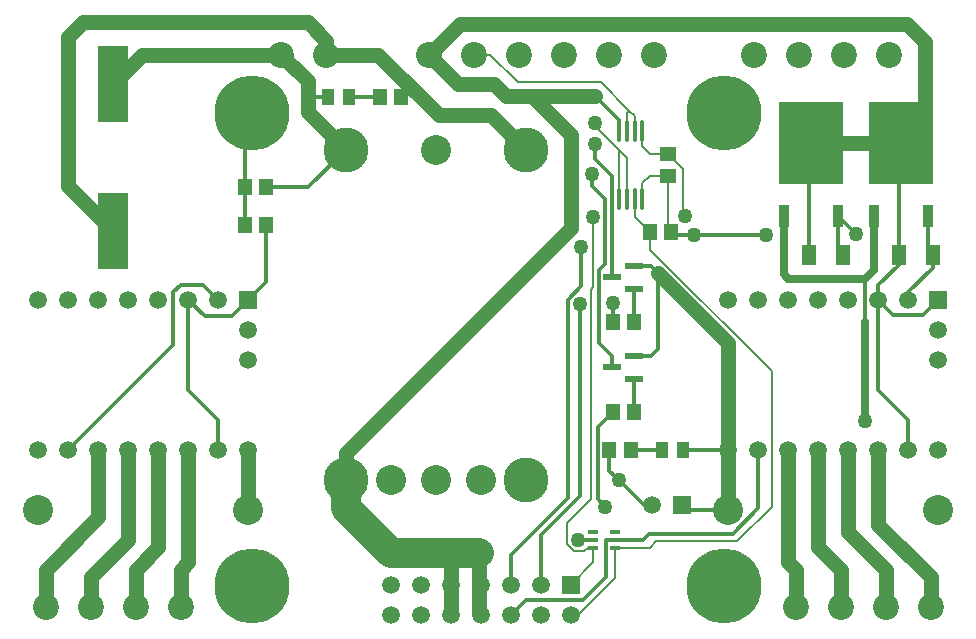
<source format=gtl>
%FSLAX24Y24*%
%MOIN*%
G70*
G01*
G75*
G04 Layer_Physical_Order=1*
G04 Layer_Color=255*
%ADD10O,0.0138X0.0787*%
%ADD11R,0.0512X0.0709*%
%ADD12R,0.0335X0.0157*%
%ADD13R,0.0472X0.0551*%
%ADD14R,0.0591X0.0236*%
%ADD15R,0.0551X0.0472*%
%ADD16R,0.0374X0.0748*%
%ADD17R,0.2165X0.2717*%
%ADD18R,0.0984X0.2559*%
%ADD19R,0.0394X0.0551*%
%ADD20C,0.0120*%
%ADD21C,0.0250*%
%ADD22C,0.0500*%
%ADD23C,0.0080*%
%ADD24C,0.1000*%
%ADD25R,0.0591X0.0591*%
%ADD26C,0.0591*%
%ADD27C,0.0866*%
%ADD28C,0.2500*%
%ADD29C,0.1500*%
%ADD30C,0.1000*%
%ADD31R,0.0591X0.0591*%
%ADD32C,0.0500*%
D10*
X20116Y14858D02*
D03*
X20372D02*
D03*
X20628D02*
D03*
X20884D02*
D03*
X20116Y17142D02*
D03*
X20372D02*
D03*
X20628D02*
D03*
X20884D02*
D03*
D11*
X29429Y13000D02*
D03*
X30571D02*
D03*
X26429D02*
D03*
X27571D02*
D03*
D12*
X19250Y3750D02*
D03*
Y3494D02*
D03*
Y3238D02*
D03*
X19978D02*
D03*
Y3494D02*
D03*
Y3750D02*
D03*
D13*
X20500Y6500D02*
D03*
X19791D02*
D03*
X20604Y7750D02*
D03*
X19896D02*
D03*
X20604Y10750D02*
D03*
X19896D02*
D03*
X21146Y13750D02*
D03*
X21854D02*
D03*
X12854Y18250D02*
D03*
X12146D02*
D03*
X8354Y15250D02*
D03*
X7646D02*
D03*
X7646Y14000D02*
D03*
X8354D02*
D03*
D14*
X20624Y11876D02*
D03*
Y12624D02*
D03*
X19876Y12250D02*
D03*
X20624Y8876D02*
D03*
Y9624D02*
D03*
X19876Y9250D02*
D03*
D15*
X21750Y16354D02*
D03*
Y15646D02*
D03*
D16*
X25602Y14287D02*
D03*
X27398D02*
D03*
X28602D02*
D03*
X30398D02*
D03*
D17*
X26500Y16728D02*
D03*
X29500D02*
D03*
D18*
X3250Y18711D02*
D03*
Y13789D02*
D03*
D19*
X10396Y18250D02*
D03*
X11104D02*
D03*
X22250Y6500D02*
D03*
X21541D02*
D03*
D20*
X20100Y5500D02*
X20950Y4650D01*
X21216D01*
X22200D02*
X22350Y4500D01*
X23750D01*
X7200Y10950D02*
X7750Y11500D01*
X6300Y10950D02*
X7200D01*
X5750Y11500D02*
X6300Y10950D01*
X27398Y14200D02*
X27500D01*
X27398Y13173D02*
Y14200D01*
Y14287D01*
X27500Y14200D02*
X28000Y13700D01*
X22600Y13650D02*
X25000D01*
X18410Y11512D02*
X18850Y11952D01*
Y13250D01*
X19200Y15300D02*
X19640Y14860D01*
Y12685D02*
Y14860D01*
X19441Y12485D02*
X19640Y12685D01*
X19200Y15300D02*
Y15700D01*
X19300Y16200D02*
Y16700D01*
Y16200D02*
X19876Y15624D01*
X19300Y18300D02*
X20116Y17484D01*
Y17142D02*
Y17484D01*
X19876Y12250D02*
Y15624D01*
X19671Y2271D02*
Y3494D01*
X18900Y1500D02*
X19671Y2271D01*
X17000Y1500D02*
X18900D01*
X23900Y3700D02*
X24750Y4550D01*
X21113Y3700D02*
X23900D01*
X20907Y3494D02*
X21113Y3700D01*
X18750Y3500D02*
X18756Y3494D01*
X19250D01*
X18800Y4950D02*
Y11350D01*
X17500Y3650D02*
X18800Y4950D01*
X17500Y2000D02*
Y3650D01*
X18410Y4910D02*
Y11512D01*
X16500Y3000D02*
X18410Y4910D01*
X16500Y2000D02*
Y3000D01*
X19400Y4850D02*
X19650Y4600D01*
X19400Y4850D02*
Y7254D01*
X19896Y7750D01*
X19791Y5809D02*
X20100Y5500D01*
X19791Y5809D02*
Y6500D01*
X28300Y10750D02*
Y12200D01*
X28750Y8500D02*
Y11500D01*
Y8500D02*
X29750Y7500D01*
Y6500D02*
Y7500D01*
X21400Y9848D02*
Y12400D01*
X21176Y9624D02*
X21400Y9848D01*
X20624Y9624D02*
X21176D01*
X20624Y12624D02*
X21176D01*
X21400Y12400D01*
X19896Y10750D02*
X19900Y10754D01*
Y11400D01*
X21854Y13750D02*
X21954Y13650D01*
X22600D01*
X19441Y10058D02*
Y12485D01*
X19671Y3494D02*
X19978D01*
X19441Y10058D02*
X19876Y9622D01*
Y9250D02*
Y9622D01*
X24750Y4550D02*
Y6500D01*
X19978Y3494D02*
X20907D01*
X16500Y1000D02*
X17000Y1500D01*
X22250Y6500D02*
X23750D01*
X20500D02*
X21541D01*
X1750D02*
X5250Y10000D01*
Y11750D01*
X5500Y12000D01*
X6250D01*
X6750Y11500D01*
Y6500D02*
Y7500D01*
X5750Y8500D02*
X6750Y7500D01*
X5750Y8500D02*
Y11500D01*
X20604Y11856D02*
X20624Y11876D01*
X20604Y10750D02*
Y11856D01*
Y8856D02*
X20624Y8876D01*
X20604Y7750D02*
Y8856D01*
X28750Y11500D02*
X29250Y11000D01*
X30250D01*
X30750Y11500D01*
X26429Y16657D02*
X26500Y16728D01*
X26429Y13000D02*
Y16657D01*
X29429D02*
X29500Y16728D01*
X29429Y13000D02*
Y16657D01*
X27398Y13173D02*
X27571Y13000D01*
X28750Y11500D02*
Y12000D01*
X29429Y12679D01*
Y13000D01*
X29750Y11500D02*
Y11750D01*
X30571Y12571D01*
Y13000D01*
X30398Y13173D02*
X30571Y13000D01*
X30398Y13173D02*
Y14287D01*
X7750Y11500D02*
X8354Y12104D01*
Y14000D01*
X7646Y17488D02*
X7874Y17717D01*
X7646Y15250D02*
Y17488D01*
Y14000D02*
Y15250D01*
X7646Y14000D02*
X7646Y14000D01*
X9750Y15250D02*
X11000Y16500D01*
X8354Y15250D02*
X9750D01*
X9750Y18268D02*
X9768Y18250D01*
X10396D01*
X11104D02*
X12146D01*
X12146Y18250D01*
D21*
X25602Y12348D02*
Y14287D01*
Y12348D02*
X25750Y12200D01*
X28300D01*
Y7450D02*
Y10750D01*
X28602Y12502D02*
Y14287D01*
X28300Y12200D02*
X28602Y12502D01*
D22*
X26500Y16728D02*
X29500D01*
X30300Y17528D01*
Y20100D01*
X29700Y20700D02*
X30300Y20100D01*
X14802Y20700D02*
X29700D01*
X13780Y19677D02*
X14802Y20700D01*
X17200Y18300D02*
X19300D01*
X16350D02*
X17200D01*
X11000Y5500D02*
Y6400D01*
X18500Y13900D01*
Y17000D01*
X17200Y18300D02*
X18500Y17000D01*
X13780Y19677D02*
X14757Y18700D01*
X15950D01*
X16350Y18300D01*
X15850Y17650D02*
X17000Y16500D01*
X14100Y17650D02*
X15850D01*
X12073Y19677D02*
X14100Y17650D01*
X15450Y1050D02*
Y3050D01*
X21400Y12400D02*
X23750Y10050D01*
Y6500D02*
Y10050D01*
X14500Y2000D02*
Y3000D01*
Y1000D02*
Y2000D01*
X14450Y3050D02*
X14500Y3000D01*
X15450Y1050D02*
X15500Y1000D01*
X23750Y4500D02*
Y6500D01*
X25750Y2750D02*
Y6500D01*
Y2750D02*
X26000Y2500D01*
Y1250D02*
Y2500D01*
X26750Y3250D02*
Y6500D01*
Y3250D02*
X27500Y2500D01*
Y1250D02*
Y2500D01*
X7750Y4500D02*
Y6500D01*
X1000Y1250D02*
Y2500D01*
X2750Y4250D01*
Y6500D01*
X2500Y1250D02*
Y2250D01*
X3750Y3500D01*
Y6500D01*
X4000Y2500D02*
X4750Y3250D01*
X4000Y1250D02*
Y2500D01*
X4750Y3250D02*
Y6500D01*
X5500Y1250D02*
Y2500D01*
X5750Y2750D01*
Y6500D01*
X29000Y1250D02*
Y2500D01*
X27750Y3750D02*
X29000Y2500D01*
X27750Y3750D02*
Y6500D01*
X30500Y1250D02*
Y2250D01*
X28750Y4000D02*
X30500Y2250D01*
X28750Y4000D02*
Y6500D01*
X9750Y18268D02*
Y18785D01*
Y17750D02*
Y18268D01*
X10358Y19677D02*
X12073D01*
X9750Y17750D02*
X11000Y16500D01*
X8858Y19677D02*
X9750Y18785D01*
X1750Y15289D02*
X3250Y13789D01*
X1750Y15289D02*
Y20250D01*
X2250Y20750D01*
X9750D01*
X10358Y20142D01*
Y19677D02*
Y20142D01*
X3250Y18711D02*
X4217Y19677D01*
X8858D01*
D23*
X19170Y4870D02*
Y11843D01*
X19250Y11923D01*
Y14250D01*
X19300Y17300D02*
Y17400D01*
Y17300D02*
X20116Y16484D01*
X16750Y18750D02*
X19500D01*
X15823Y19677D02*
X16750Y18750D01*
X19500D02*
X20439Y17811D01*
X20372Y17142D02*
Y17744D01*
X20439Y17811D01*
X20116Y16484D02*
X20372Y16228D01*
X20116Y14858D02*
Y16484D01*
X20372Y14858D02*
Y16228D01*
X20884Y15384D02*
X21146Y15646D01*
X20884Y14858D02*
Y15384D01*
X21146Y15646D02*
X21750D01*
X20628Y14268D02*
X21146Y13750D01*
X20628Y14268D02*
Y14858D01*
X21750Y13854D02*
Y15646D01*
X24050Y3450D02*
X25200Y4600D01*
X21350Y3450D02*
X24050D01*
X21138Y3238D02*
X21350Y3450D01*
X19978Y3238D02*
X21138D01*
X18380Y3347D02*
Y4080D01*
X19170Y4870D01*
X18597Y3130D02*
X18953D01*
X18380Y3347D02*
X18597Y3130D01*
X19061Y3238D02*
X19250D01*
X18953Y3130D02*
X19061Y3238D01*
X21146Y13178D02*
X25200Y9123D01*
X21146Y13178D02*
Y13750D01*
X25200Y4600D02*
Y9123D01*
X21750Y16354D02*
X22250Y15854D01*
Y14350D02*
Y15854D01*
Y14350D02*
X22300Y14300D01*
X19250Y2750D02*
Y3238D01*
X19978Y2224D02*
Y3238D01*
X18755Y1000D02*
X19978Y2224D01*
X18500Y1000D02*
X18755D01*
X15280Y19677D02*
X15823D01*
X18500Y2000D02*
X19250Y2750D01*
X21750Y13854D02*
X21854Y13750D01*
X20439Y17811D02*
X20628Y17622D01*
Y17142D02*
Y17622D01*
X20884Y16616D02*
Y17142D01*
Y16616D02*
X21146Y16354D01*
X21750D01*
D24*
X14450Y3050D02*
X15450D01*
X12500D02*
X14450D01*
X11000Y4550D02*
X12500Y3050D01*
X11000Y4550D02*
Y5500D01*
D25*
X22200Y4650D02*
D03*
X18500Y2000D02*
D03*
D26*
X21216Y4650D02*
D03*
X18500Y1000D02*
D03*
X17500Y2000D02*
D03*
Y1000D02*
D03*
X16500Y2000D02*
D03*
Y1000D02*
D03*
X15500Y2000D02*
D03*
Y1000D02*
D03*
X14500Y2000D02*
D03*
Y1000D02*
D03*
X13500Y2000D02*
D03*
Y1000D02*
D03*
X12500Y2000D02*
D03*
Y1000D02*
D03*
X6750Y11500D02*
D03*
X5750D02*
D03*
X4750D02*
D03*
X3750D02*
D03*
X2750D02*
D03*
X1750D02*
D03*
X750D02*
D03*
X7750Y6500D02*
D03*
X6750D02*
D03*
X5750D02*
D03*
X4750D02*
D03*
X3750D02*
D03*
X2750D02*
D03*
X1750D02*
D03*
X750D02*
D03*
X7750Y10500D02*
D03*
Y9500D02*
D03*
X29750Y11500D02*
D03*
X28750D02*
D03*
X27750D02*
D03*
X26750D02*
D03*
X25750D02*
D03*
X24750D02*
D03*
X23750D02*
D03*
X30750Y6500D02*
D03*
X29750D02*
D03*
X28750D02*
D03*
X27750D02*
D03*
X26750D02*
D03*
X25750D02*
D03*
X24750D02*
D03*
X23750D02*
D03*
X30750Y10500D02*
D03*
Y9500D02*
D03*
D27*
X5500Y1250D02*
D03*
X4000D02*
D03*
X2500D02*
D03*
X1000D02*
D03*
X30500D02*
D03*
X29000D02*
D03*
X27500D02*
D03*
X26000D02*
D03*
X8858Y19677D02*
D03*
X10358D02*
D03*
X18280D02*
D03*
X16780D02*
D03*
X15280D02*
D03*
X13780D02*
D03*
X19780D02*
D03*
X21280D02*
D03*
X24606D02*
D03*
X26106D02*
D03*
X27606D02*
D03*
X29106D02*
D03*
D28*
X7874Y1969D02*
D03*
X23622D02*
D03*
X7874Y17717D02*
D03*
X23622D02*
D03*
D29*
X17000Y16500D02*
D03*
X11000D02*
D03*
Y5500D02*
D03*
X17000D02*
D03*
D30*
X14000Y16500D02*
D03*
X12500Y5500D02*
D03*
X14000D02*
D03*
X15500D02*
D03*
X7750Y4500D02*
D03*
X30750D02*
D03*
X750D02*
D03*
X23750D02*
D03*
D31*
X7750Y11500D02*
D03*
X30750D02*
D03*
D32*
X28000Y13700D02*
D03*
X25000Y13650D02*
D03*
X18850Y13250D02*
D03*
X19250Y14250D02*
D03*
X19200Y15700D02*
D03*
X19300Y17400D02*
D03*
Y16700D02*
D03*
X18750Y3500D02*
D03*
X19650Y4600D02*
D03*
X20100Y5500D02*
D03*
X28300Y7450D02*
D03*
X19900Y11400D02*
D03*
X18800Y11350D02*
D03*
X22600Y13650D02*
D03*
X22300Y14300D02*
D03*
M02*

</source>
